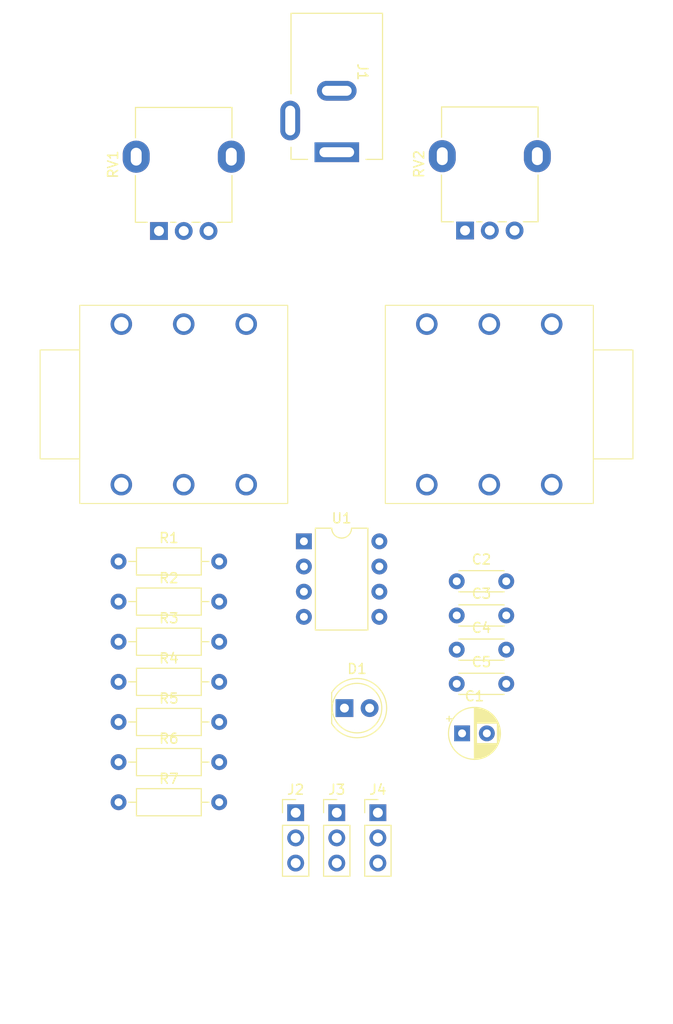
<source format=kicad_pcb>
(kicad_pcb (version 20240108) (generator "pcbnew") (generator_version "8.0")
  (layers (0 "F.Cu" signal) (31 "B.Cu" signal) (34 "B.Paste" user) (35 "F.Paste" user) (36 "B.SilkS" user "B.Silkscreen") (37 "F.SilkS" user "F.Silkscreen") (38 "B.Mask" user) (39 "F.Mask" user) (44 "Edge.Cuts" user))
  (net 0 "")
  (net 1 "GND")
  (net 2 "GNDREF")
  (net 3 "Net-(J3-Pin_1)")
  (net 4 "Net-(U1A-+)")
  (net 5 "Net-(U1B-+)")
  (net 6 "Net-(U1A--)")
  (net 7 "Net-(C4-Pad2)")
  (net 8 "Net-(C5-Pad1)")
  (net 9 "Net-(C5-Pad2)")
  (net 10 "Net-(D1-A)")
  (net 11 "+BATT")
  (net 12 "+9V")
  (net 14 "in")
  (net 15 "bypass")
  (net 16 "out")
  (net 17 "Net-(J4-Pin_1)")
  (net 18 "Net-(U1B--)")
  (footprint "Connector_BarrelJack:BarrelJack_Kycon_KLDX-0202-xC_Horizontal" (layer "F.Cu") (at 143.15 54.95 -90)
    (property "Reference" "J1" (at -8.1 -2.6 -90) (layer "F.SilkS"))
    (property "Value" "Barrel_Jack_MountingPin")
    (fp_line (start -14.02 4.62) (end -5.9 4.62) (stroke (width 0.12)) (layer "F.SilkS"))
    (fp_line (start -0.5 4.62) (end 0.72 4.62) (stroke (width 0.12)) (layer "F.SilkS"))
    (fp_line (start 0.72 4.62) (end 0.72 2.95) (stroke (width 0.12)) (layer "F.SilkS"))
    (fp_line (start 0.72 -2.95) (end 0.72 -4.62) (stroke (width 0.12)) (layer "F.SilkS"))
    (fp_line (start -14.02 -4.62) (end -14.02 4.62) (stroke (width 0.12)) (layer "F.SilkS"))
    (fp_line (start 0.72 -4.62) (end -14.02 -4.62) (stroke (width 0.12)) (layer "F.SilkS"))
    (pad "1" thru_hole rect (at 0 0 270) (size 2 4.5) (drill oval 1 3.5) (layers "*.Cu" "*.Mask") (net 11 "+BATT"))
    (pad "2" thru_hole oval (at -6.2 0 270) (size 2 4) (drill oval 1 3) (layers "*.Cu" "*.Mask") (net 1 "GND"))
    (pad "3" thru_hole oval (at -3.2 4.7) (size 2 4) (drill oval 1 3) (layers "*.Cu" "*.Mask"))
  )
  (footprint "Potentiometer_THT:Potentiometer_Alpha_RD901F-40-00D_Single_Vertical" (layer "F.Cu") (at 156.1 62.85 90)
    (property "Reference" "RV2" (at 6.71 -4.64 90) (layer "F.SilkS"))
    (property "Value" "100kΩ")
    (fp_line (start 0.88 -2.38) (end 5.6 -2.38) (stroke (width 0.12)) (layer "F.SilkS"))
    (fp_line (start 9.41 -2.37) (end 12.47 -2.37) (stroke (width 0.12)) (layer "F.SilkS"))
    (fp_line (start 0.88 -1.19) (end 0.88 -2.37) (stroke (width 0.12)) (layer "F.SilkS"))
    (fp_line (start 0.88 1.71) (end 0.88 1.18) (stroke (width 0.12)) (layer "F.SilkS"))
    (fp_line (start 0.88 4.16) (end 0.88 3.33) (stroke (width 0.12)) (layer "F.SilkS"))
    (fp_line (start 12.47 7.37) (end 12.47 -2.37) (stroke (width 0.12)) (layer "F.SilkS"))
    (fp_line (start 9.41 7.37) (end 12.47 7.37) (stroke (width 0.12)) (layer "F.SilkS"))
    (fp_line (start 0.88 7.37) (end 0.88 5.88) (stroke (width 0.12)) (layer "F.SilkS"))
    (fp_line (start 0.88 7.37) (end 5.6 7.37) (stroke (width 0.12)) (layer "F.SilkS"))
    (pad "" thru_hole oval (at 7.5 -2.3 180) (size 2.72 3.24) (drill oval 1.1 1.8) (layers "*.Cu" "*.Mask"))
    (pad "" thru_hole oval (at 7.5 7.3 180) (size 2.72 3.24) (drill oval 1.1 1.8) (layers "*.Cu" "*.Mask"))
    (pad "1" thru_hole rect (at 0 0 180) (size 1.8 1.8) (drill 1) (layers "*.Cu" "*.Mask") (net 9 "Net-(C5-Pad2)"))
    (pad "2" thru_hole circle (at 0 2.5 180) (size 1.8 1.8) (drill 1) (layers "*.Cu" "*.Mask") (net 17 "Net-(J4-Pin_1)"))
    (pad "3" thru_hole circle (at 0 5 180) (size 1.8 1.8) (drill 1) (layers "*.Cu" "*.Mask") (net 2 "GNDREF"))
  )
  (footprint "Connector_PinHeader_2.54mm:PinHeader_1x03_P2.54mm_Vertical" (layer "F.Cu") (at 147.3 121.61)
    (property "Reference" "J4" (at 0 -2.33 0) (layer "F.SilkS"))
    (property "Value" "Conn_01x03_Pin")
    (fp_line (start -1.33 -1.33) (end 0 -1.33) (stroke (width 0.12)) (layer "F.SilkS"))
    (fp_line (start -1.33 0) (end -1.33 -1.33) (stroke (width 0.12)) (layer "F.SilkS"))
    (fp_line (start -1.33 1.27) (end -1.33 6.41) (stroke (width 0.12)) (layer "F.SilkS"))
    (fp_line (start -1.33 1.27) (end 1.33 1.27) (stroke (width 0.12)) (layer "F.SilkS"))
    (fp_line (start -1.33 6.41) (end 1.33 6.41) (stroke (width 0.12)) (layer "F.SilkS"))
    (fp_line (start 1.33 1.27) (end 1.33 6.41) (stroke (width 0.12)) (layer "F.SilkS"))
    (pad "1" thru_hole rect (at 0 0) (size 1.7 1.7) (drill 1) (layers "*.Cu" "*.Mask") (net 17 "Net-(J4-Pin_1)"))
    (pad "2" thru_hole oval (at 0 2.54) (size 1.7 1.7) (drill 1) (layers "*.Cu" "*.Mask") (net 16 "out"))
    (pad "3" thru_hole oval (at 0 5.08) (size 1.7 1.7) (drill 1) (layers "*.Cu" "*.Mask") (net 15 "bypass"))
  )
  (footprint "Resistor_THT:R_Axial_DIN0207_L6.3mm_D2.5mm_P10.16mm_Horizontal" (layer "F.Cu") (at 121.12 120.55)
    (property "Reference" "R7" (at 5.08 -2.37 0) (layer "F.SilkS"))
    (property "Value" "10kΩ")
    (fp_line (start 1.04 0) (end 1.81 0) (stroke (width 0.12)) (layer "F.SilkS"))
    (fp_line (start 1.81 -1.37) (end 1.81 1.37) (stroke (width 0.12)) (layer "F.SilkS"))
    (fp_line (start 1.81 1.37) (end 8.35 1.37) (stroke (width 0.12)) (layer "F.SilkS"))
    (fp_line (start 8.35 -1.37) (end 1.81 -1.37) (stroke (width 0.12)) (layer "F.SilkS"))
    (fp_line (start 8.35 1.37) (end 8.35 -1.37) (stroke (width 0.12)) (layer "F.SilkS"))
    (fp_line (start 9.12 0) (end 8.35 0) (stroke (width 0.12)) (layer "F.SilkS"))
    (pad "1" thru_hole circle (at 0 0) (size 1.6 1.6) (drill 0.8) (layers "*.Cu" "*.Mask") (net 2 "GNDREF"))
    (pad "2" thru_hole oval (at 10.16 0) (size 1.6 1.6) (drill 0.8) (layers "*.Cu" "*.Mask") (net 9 "Net-(C5-Pad2)"))
  )
  (footprint "Capacitor_THT:C_Disc_D4.3mm_W1.9mm_P5.00mm" (layer "F.Cu") (at 155.26 108.6)
    (property "Reference" "C5" (at 2.5 -2.2 0) (layer "F.SilkS"))
    (property "Value" "10µF")
    (fp_line (start 0.23 -1.07) (end 0.23 -1.055) (stroke (width 0.12)) (layer "F.SilkS"))
    (fp_line (start 0.23 -1.07) (end 4.77 -1.07) (stroke (width 0.12)) (layer "F.SilkS"))
    (fp_line (start 0.23 1.055) (end 0.23 1.07) (stroke (width 0.12)) (layer "F.SilkS"))
    (fp_line (start 0.23 1.07) (end 4.77 1.07) (stroke (width 0.12)) (layer "F.SilkS"))
    (fp_line (start 4.77 -1.07) (end 4.77 -1.055) (stroke (width 0.12)) (layer "F.SilkS"))
    (fp_line (start 4.77 1.055) (end 4.77 1.07) (stroke (width 0.12)) (layer "F.SilkS"))
    (pad "1" thru_hole circle (at 0 0) (size 1.6 1.6) (drill 0.8) (layers "*.Cu" "*.Mask") (net 8 "Net-(C5-Pad1)"))
    (pad "2" thru_hole circle (at 5 0) (size 1.6 1.6) (drill 0.8) (layers "*.Cu" "*.Mask") (net 9 "Net-(C5-Pad2)"))
  )
  (footprint "Resistor_THT:R_Axial_DIN0207_L6.3mm_D2.5mm_P10.16mm_Horizontal" (layer "F.Cu") (at 121.12 100.3)
    (property "Reference" "R2" (at 5.08 -2.37 0) (layer "F.SilkS"))
    (property "Value" "10kΩ")
    (fp_line (start 1.04 0) (end 1.81 0) (stroke (width 0.12)) (layer "F.SilkS"))
    (fp_line (start 1.81 -1.37) (end 1.81 1.37) (stroke (width 0.12)) (layer "F.SilkS"))
    (fp_line (start 1.81 1.37) (end 8.35 1.37) (stroke (width 0.12)) (layer "F.SilkS"))
    (fp_line (start 8.35 -1.37) (end 1.81 -1.37) (stroke (width 0.12)) (layer "F.SilkS"))
    (fp_line (start 8.35 1.37) (end 8.35 -1.37) (stroke (width 0.12)) (layer "F.SilkS"))
    (fp_line (start 9.12 0) (end 8.35 0) (stroke (width 0.12)) (layer "F.SilkS"))
    (pad "1" thru_hole circle (at 0 0) (size 1.6 1.6) (drill 0.8) (layers "*.Cu" "*.Mask") (net 2 "GNDREF"))
    (pad "2" thru_hole oval (at 10.16 0) (size 1.6 1.6) (drill 0.8) (layers "*.Cu" "*.Mask") (net 1 "GND"))
  )
  (footprint "footprints:PJ-644C" (layer "F.Cu") (at 134 88.5 180)
    (property "Reference" "J6")
    (property "Value" "SN49B14B" (hide yes))
    (fp_rect (start 16.8 2.6) (end 20.8 13.6) (stroke (width 0.1)) (fill none) (layer "F.SilkS"))
    (fp_rect (start -4.2 -1.9) (end 16.8 18.1) (stroke (width 0.1)) (fill none) (layer "F.SilkS"))
    (pad "R" thru_hole circle (at 6.3 -0.0002 180) (size 2.1717 2.1717) (drill 1.4478) (layers "*.Cu" "*.Mask") (net 16 "out"))
    (pad "RB" thru_hole circle (at 6.3 16.2 180) (size 2.1717 2.1717) (drill 1.4478) (layers "*.Cu" "*.Mask") (net 2 "GNDREF"))
    (pad "S" thru_hole circle (at 12.6 -0.0004 180) (size 2.1717 2.1717) (drill 1.4478) (layers "*.Cu" "*.Mask") (net 2 "GNDREF"))
    (pad "SB" thru_hole circle (at 12.6 16.2 180) (size 2.1717 2.1717) (drill 1.4478) (layers "*.Cu" "*.Mask") (net 2 "GNDREF"))
    (pad "T" thru_hole circle (at -0.01 0 180) (size 2.1717 2.1717) (drill 1.4478) (layers "*.Cu" "*.Mask") (net 16 "out"))
    (pad "TB" thru_hole circle (at -0.01 16.2 180) (size 2.1717 2.1717) (drill 1.4478) (layers "*.Cu" "*.Mask") (net 2 "GNDREF"))
  )
  (footprint "Connector_PinHeader_2.54mm:PinHeader_1x03_P2.54mm_Vertical" (layer "F.Cu") (at 139 121.61)
    (property "Reference" "J2" (at 0 -2.33 0) (layer "F.SilkS"))
    (property "Value" "Conn_01x03_Pin")
    (fp_line (start -1.33 -1.33) (end 0 -1.33) (stroke (width 0.12)) (layer "F.SilkS"))
    (fp_line (start -1.33 0) (end -1.33 -1.33) (stroke (width 0.12)) (layer "F.SilkS"))
    (fp_line (start -1.33 1.27) (end -1.33 6.41) (stroke (width 0.12)) (layer "F.SilkS"))
    (fp_line (start -1.33 1.27) (end 1.33 1.27) (stroke (width 0.12)) (layer "F.SilkS"))
    (fp_line (start -1.33 6.41) (end 1.33 6.41) (stroke (width 0.12)) (layer "F.SilkS"))
    (fp_line (start 1.33 1.27) (end 1.33 6.41) (stroke (width 0.12)) (layer "F.SilkS"))
    (pad "1" thru_hole rect (at 0 0) (size 1.7 1.7) (drill 1) (layers "*.Cu" "*.Mask") (net 12 "+9V"))
    (pad "2" thru_hole oval (at 0 2.54) (size 1.7 1.7) (drill 1) (layers "*.Cu" "*.Mask") (net 11 "+BATT"))
    (pad "3" thru_hole oval (at 0 5.08) (size 1.7 1.7) (drill 1) (layers "*.Cu" "*.Mask"))
  )
  (footprint "Potentiometer_THT:Potentiometer_Alpha_RD901F-40-00D_Single_Vertical" (layer "F.Cu") (at 125.2 62.9 90)
    (property "Reference" "RV1" (at 6.71 -4.64 90) (layer "F.SilkS"))
    (property "Value" "100kΩ")
    (fp_line (start 0.88 -2.38) (end 5.6 -2.38) (stroke (width 0.12)) (layer "F.SilkS"))
    (fp_line (start 9.41 -2.37) (end 12.47 -2.37) (stroke (width 0.12)) (layer "F.SilkS"))
    (fp_line (start 0.88 -1.19) (end 0.88 -2.37) (stroke (width 0.12)) (layer "F.SilkS"))
    (fp_line (start 0.88 1.71) (end 0.88 1.18) (stroke (width 0.12)) (layer "F.SilkS"))
    (fp_line (start 0.88 4.16) (end 0.88 3.33) (stroke (width 0.12)) (layer "F.SilkS"))
    (fp_line (start 12.47 7.37) (end 12.47 -2.37) (stroke (width 0.12)) (layer "F.SilkS"))
    (fp_line (start 9.41 7.37) (end 12.47 7.37) (stroke (width 0.12)) (layer "F.SilkS"))
    (fp_line (start 0.88 7.37) (end 0.88 5.88) (stroke (width 0.12)) (layer "F.SilkS"))
    (fp_line (start 0.88 7.37) (end 5.6 7.37) (stroke (width 0.12)) (layer "F.SilkS"))
    (pad "" thru_hole oval (at 7.5 -2.3 180) (size 2.72 3.24) (drill oval 1.1 1.8) (layers "*.Cu" "*.Mask"))
    (pad "" thru_hole oval (at 7.5 7.3 180) (size 2.72 3.24) (drill oval 1.1 1.8) (layers "*.Cu" "*.Mask"))
    (pad "1" thru_hole rect (at 0 0 180) (size 1.8 1.8) (drill 1) (layers "*.Cu" "*.Mask") (net 8 "Net-(C5-Pad1)"))
    (pad "2" thru_hole circle (at 0 2.5 180) (size 1.8 1.8) (drill 1) (layers "*.Cu" "*.Mask") (net 8 "Net-(C5-Pad1)"))
    (pad "3" thru_hole circle (at 0 5 180) (size 1.8 1.8) (drill 1) (layers "*.Cu" "*.Mask") (net 18 "Net-(U1B--)"))
  )
  (footprint "Package_DIP:DIP-8_W7.62mm" (layer "F.Cu") (at 139.83 94.22)
    (property "Reference" "U1" (at 3.81 -2.33 0) (layer "F.SilkS"))
    (property "Value" "TL072")
    (fp_line (start 1.16 -1.33) (end 1.16 8.95) (stroke (width 0.12)) (layer "F.SilkS"))
    (fp_line (start 1.16 8.95) (end 6.46 8.95) (stroke (width 0.12)) (layer "F.SilkS"))
    (fp_line (start 2.81 -1.33) (end 1.16 -1.33) (stroke (width 0.12)) (layer "F.SilkS"))
    (fp_line (start 6.46 -1.33) (end 4.81 -1.33) (stroke (width 0.12)) (layer "F.SilkS"))
    (fp_line (start 6.46 8.95) (end 6.46 -1.33) (stroke (width 0.12)) (layer "F.SilkS"))
    (fp_arc (start 4.81 -1.33) (mid 3.81 -0.33) (end 2.81 -1.33) (stroke (width 0.12)) (layer "F.SilkS"))
    (pad "1" thru_hole rect (at 0 0) (size 1.6 1.6) (drill 0.8) (layers "*.Cu" "*.Mask") (net 6 "Net-(U1A--)"))
    (pad "2" thru_hole oval (at 0 2.54) (size 1.6 1.6) (drill 0.8) (layers "*.Cu" "*.Mask") (net 6 "Net-(U1A--)"))
    (pad "3" thru_hole oval (at 0 5.08) (size 1.6 1.6) (drill 0.8) (layers "*.Cu" "*.Mask") (net 4 "Net-(U1A-+)"))
    (pad "4" thru_hole oval (at 0 7.62) (size 1.6 1.6) (drill 0.8) (layers "*.Cu" "*.Mask") (net 1 "GND"))
    (pad "5" thru_hole oval (at 7.62 7.62) (size 1.6 1.6) (drill 0.8) (layers "*.Cu" "*.Mask") (net 5 "Net-(U1B-+)"))
    (pad "6" thru_hole oval (at 7.62 5.08) (size 1.6 1.6) (drill 0.8) (layers "*.Cu" "*.Mask") (net 18 "Net-(U1B--)"))
    (pad "7" thru_hole oval (at 7.62 2.54) (size 1.6 1.6) (drill 0.8) (layers "*.Cu" "*.Mask") (net 8 "Net-(C5-Pad1)"))
    (pad "8" thru_hole oval (at 7.62 0) (size 1.6 1.6) (drill 0.8) (layers "*.Cu" "*.Mask") (net 12 "+9V"))
  )
  (footprint "Resistor_THT:R_Axial_DIN0207_L6.3mm_D2.5mm_P10.16mm_Horizontal" (layer "F.Cu") (at 121.12 96.25)
    (property "Reference" "R1" (at 5.08 -2.37 0) (layer "F.SilkS"))
    (property "Value" "10kΩ")
    (fp_line (start 1.04 0) (end 1.81 0) (stroke (width 0.12)) (layer "F.SilkS"))
    (fp_line (start 1.81 -1.37) (end 1.81 1.37) (stroke (width 0.12)) (layer "F.SilkS"))
    (fp_line (start 1.81 1.37) (end 8.35 1.37) (stroke (width 0.12)) (layer "F.SilkS"))
    (fp_line (start 8.35 -1.37) (end 1.81 -1.37) (stroke (width 0.12)) (layer "F.SilkS"))
    (fp_line (start 8.35 1.37) (end 8.35 -1.37) (stroke (width 0.12)) (layer "F.SilkS"))
    (fp_line (start 9.12 0) (end 8.35 0) (stroke (width 0.12)) (layer "F.SilkS"))
    (pad "1" thru_hole circle (at 0 0) (size 1.6 1.6) (drill 0.8) (layers "*.Cu" "*.Mask") (net 12 "+9V"))
    (pad "2" thru_hole oval (at 10.16 0) (size 1.6 1.6) (drill 0.8) (layers "*.Cu" "*.Mask") (net 2 "GNDREF"))
  )
  (footprint "Resistor_THT:R_Axial_DIN0207_L6.3mm_D2.5mm_P10.16mm_Horizontal" (layer "F.Cu") (at 121.12 116.5)
    (property "Reference" "R6" (at 5.08 -2.37 0) (layer "F.SilkS"))
    (property "Value" "3.8kΩ")
    (fp_line (start 1.04 0) (end 1.81 0) (stroke (width 0.12)) (layer "F.SilkS"))
    (fp_line (start 1.81 -1.37) (end 1.81 1.37) (stroke (width 0.12)) (layer "F.SilkS"))
    (fp_line (start 1.81 1.37) (end 8.35 1.37) (stroke (width 0.12)) (layer "F.SilkS"))
    (fp_line (start 8.35 -1.37) (end 1.81 -1.37) (stroke (width 0.12)) (layer "F.SilkS"))
    (fp_line (start 8.35 1.37) (end 8.35 -1.37) (stroke (width 0.12)) (layer "F.SilkS"))
    (fp_line (start 9.12 0) (end 8.35 0) (stroke (width 0.12)) (layer "F.SilkS"))
    (pad "1" thru_hole circle (at 0 0) (size 1.6 1.6) (drill 0.8) (layers "*.Cu" "*.Mask") (net 8 "Net-(C5-Pad1)"))
    (pad "2" thru_hole oval (at 10.16 0) (size 1.6 1.6) (drill 0.8) (layers "*.Cu" "*.Mask") (net 2 "GNDREF"))
  )
  (footprint "Capacitor_THT:CP_Radial_D5.0mm_P2.50mm" (layer "F.Cu") (at 155.799775 113.6)
    (property "Reference" "C1" (at 1.25 -3.75 0) (layer "F.SilkS"))
    (property "Value" "10µF")
    (fp_line (start -1.554775 -1.475) (end -1.054775 -1.475) (stroke (width 0.12)) (layer "F.SilkS"))
    (fp_line (start -1.304775 -1.725) (end -1.304775 -1.225) (stroke (width 0.12)) (layer "F.SilkS"))
    (fp_line (start 1.25 -2.58) (end 1.25 2.58) (stroke (width 0.12)) (layer "F.SilkS"))
    (fp_line (start 1.29 -2.58) (end 1.29 2.58) (stroke (width 0.12)) (layer "F.SilkS"))
    (fp_line (start 1.33 -2.579) (end 1.33 2.579) (stroke (width 0.12)) (layer "F.SilkS"))
    (fp_line (start 1.37 -2.578) (end 1.37 2.578) (stroke (width 0.12)) (layer "F.SilkS"))
    (fp_line (start 1.41 -2.576) (end 1.41 2.576) (stroke (width 0.12)) (layer "F.SilkS"))
    (fp_line (start 1.45 -2.573) (end 1.45 2.573) (stroke (width 0.12)) (layer "F.SilkS"))
    (fp_line (start 1.49 -2.569) (end 1.49 -1.04) (stroke (width 0.12)) (layer "F.SilkS"))
    (fp_line (start 1.49 1.04) (end 1.49 2.569) (stroke (width 0.12)) (layer "F.SilkS"))
    (fp_line (start 1.53 -2.565) (end 1.53 -1.04) (stroke (width 0.12)) (layer "F.SilkS"))
    (fp_line (start 1.53 1.04) (end 1.53 2.565) (stroke (width 0.12)) (layer "F.SilkS"))
    (fp_line (start 1.57 -2.561) (end 1.57 -1.04) (stroke (width 0.12)) (layer "F.SilkS"))
    (fp_line (start 1.57 1.04) (end 1.57 2.561) (stroke (width 0.12)) (layer "F.SilkS"))
    (fp_line (start 1.61 -2.556) (end 1.61 -1.04) (stroke (width 0.12)) (layer "F.SilkS"))
    (fp_line (start 1.61 1.04) (end 1.61 2.556) (stroke (width 0.12)) (layer "F.SilkS"))
    (fp_line (start 1.65 -2.55) (end 1.65 -1.04) (stroke (width 0.12)) (layer "F.SilkS"))
    (fp_line (start 1.65 1.04) (end 1.65 2.55) (stroke (width 0.12)) (layer "F.SilkS"))
    (fp_line (start 1.69 -2.543) (end 1.69 -1.04) (stroke (width 0.12)) (layer "F.SilkS"))
    (fp_line (start 1.69 1.04) (end 1.69 2.543) (stroke (width 0.12)) (layer "F.SilkS"))
    (fp_line (start 1.73 -2.536) (end 1.73 -1.04) (stroke (width 0.12)) (layer "F.SilkS"))
    (fp_line (start 1.73 1.04) (end 1.73 2.536) (stroke (width 0.12)) (layer "F.SilkS"))
    (fp_line (start 1.77 -2.528) (end 1.77 -1.04) (stroke (width 0.12)) (layer "F.SilkS"))
    (fp_line (start 1.77 1.04) (end 1.77 2.528) (stroke (width 0.12)) (layer "F.SilkS"))
    (fp_line (start 1.81 -2.52) (end 1.81 -1.04) (stroke (width 0.12)) (layer "F.SilkS"))
    (fp_line (start 1.81 1.04) (end 1.81 2.52) (stroke (width 0.12)) (layer "F.SilkS"))
    (fp_line (start 1.85 -2.511) (end 1.85 -1.04) (stroke (width 0.12)) (layer "F.SilkS"))
    (fp_line (start 1.85 1.04) (end 1.85 2.511) (stroke (width 0.12)) (layer "F.SilkS"))
    (fp_line (start 1.89 -2.501) (end 1.89 -1.04) (stroke (width 0.12)) (layer "F.SilkS"))
    (fp_line (start 1.89 1.04) (end 1.89 2.501) (stroke (width 0.12)) (layer "F.SilkS"))
    (fp_line (start 1.93 -2.491) (end 1.93 -1.04) (stroke (width 0.12)) (layer "F.SilkS"))
    (fp_line (start 1.93 1.04) (end 1.93 2.491) (stroke (width 0.12)) (layer "F.SilkS"))
    (fp_line (start 1.971 -2.48) (end 1.971 -1.04) (stroke (width 0.12)) (layer "F.SilkS"))
    (fp_line (start 1.971 1.04) (end 1.971 2.48) (stroke (width 0.12)) (layer "F.SilkS"))
    (fp_line (start 2.011 -2.468) (end 2.011 -1.04) (stroke (width 0.12)) (layer "F.SilkS"))
    (fp_line (start 2.011 1.04) (end 2.011 2.468) (stroke (width 0.12)) (layer "F.SilkS"))
    (fp_line (start 2.051 -2.455) (end 2.051 -1.04) (stroke (width 0.12)) (layer "F.SilkS"))
    (fp_line (start 2.051 1.04) (end 2.051 2.455) (stroke (width 0.12)) (layer "F.SilkS"))
    (fp_line (start 2.091 -2.442) (end 2.091 -1.04) (stroke (width 0.12)) (layer "F.SilkS"))
    (fp_line (start 2.091 1.04) (end 2.091 2.442) (stroke (width 0.12)) (layer "F.SilkS"))
    (fp_line (start 2.131 -2.428) (end 2.131 -1.04) (stroke (width 0.12)) (layer "F.SilkS"))
    (fp_line (start 2.131 1.04) (end 2.131 2.428) (stroke (width 0.12)) (layer "F.SilkS"))
    (fp_line (start 2.171 -2.414) (end 2.171 -1.04) (stroke (width 0.12)) (layer "F.SilkS"))
    (fp_line (start 2.171 1.04) (end 2.171 2.414) (stroke (width 0.12)) (layer "F.SilkS"))
    (fp_line (start 2.211 -2.398) (end 2.211 -1.04) (stroke (width 0.12)) (layer "F.SilkS"))
    (fp_line (start 2.211 1.04) (end 2.211 2.398) (stroke (width 0.12)) (layer "F.SilkS"))
    (fp_line (start 2.251 -2.382) (end 2.251 -1.04) (stroke (width 0.12)) (layer "F.SilkS"))
    (fp_line (start 2.251 1.04) (end 2.251 2.382) (stroke (width 0.12)) (layer "F.SilkS"))
    (fp_line (start 2.291 -2.365) (end 2.291 -1.04) (stroke (width 0.12)) (layer "F.SilkS"))
    (fp_line (start 2.291 1.04) (end 2.291 2.365) (stroke (width 0.12)) (layer "F.SilkS"))
    (fp_line (start 2.331 -2.348) (end 2.331 -1.04) (stroke (width 0.12)) (layer "F.SilkS"))
    (fp_line (start 2.331 1.04) (end 2.331 2.348) (stroke (width 0.12)) (layer "F.SilkS"))
    (fp_line (start 2.371 -2.329) (end 2.371 -1.04) (stroke (width 0.12)) (layer "F.SilkS"))
    (fp_line (start 2.371 1.04) (end 2.371 2.329) (stroke (width 0.12)) (layer "F.SilkS"))
    (fp_line (start 2.411 -2.31) (end 2.411 -1.04) (stroke (width 0.12)) (layer "F.SilkS"))
    (fp_line (start 2.411 1.04) (end 2.411 2.31) (stroke (width 0.12)) (layer "F.SilkS"))
    (fp_line (start 2.451 -2.29) (end 2.451 -1.04) (stroke (width 0.12)) (layer "F.SilkS"))
    (fp_line (start 2.451 1.04) (end 2.451 2.29) (stroke (width 0.12)) (layer "F.SilkS"))
    (fp_line (start 2.491 -2.268) (end 2.491 -1.04) (stroke (width 0.12)) (layer "F.SilkS"))
    (fp_line (start 2.491 1.04) (end 2.491 2.268) (stroke (width 0.12)) (layer "F.SilkS"))
    (fp_line (start 2.531 -2.247) (end 2.531 -1.04) (stroke (width 0.12)) (layer "F.SilkS"))
    (fp_line (start 2.531 1.04) (end 2.531 2.247) (stroke (width 0.12)) (layer "F.SilkS"))
    (fp_line (start 2.571 -2.224) (end 2.571 -1.04) (stroke (width 0.12)) (layer "F.SilkS"))
    (fp_line (start 2.571 1.04) (end 2.571 2.224) (stroke (width 0.12)) (layer "F.SilkS"))
    (fp_line (start 2.611 -2.2) (end 2.611 -1.04) (stroke (width 0.12)) (layer "F.SilkS"))
    (fp_line (start 2.611 1.04) (end 2.611 2.2) (stroke (width 0.12)) (layer "F.SilkS"))
    (fp_line (start 2.651 -2.175) (end 2.651 -1.04) (stroke (width 0.12)) (layer "F.SilkS"))
    (fp_line (start 2.651 1.04) (end 2.651 2.175) (stroke (width 0.12)) (layer "F.SilkS"))
    (fp_line (start 2.691 -2.149) (end 2.691 -1.04) (stroke (width 0.12)) (layer "F.SilkS"))
    (fp_line (start 2.691 1.04) (end 2.691 2.149) (stroke (width 0.12)) (layer "F.SilkS"))
    (fp_line (start 2.731 -2.122) (end 2.731 -1.04) (stroke (width 0.12)) (layer "F.SilkS"))
    (fp_line (start 2.731 1.04) (end 2.731 2.122) (stroke (width 0.12)) (layer "F.SilkS"))
    (fp_line (start 2.771 -2.095) (end 2.771 -1.04) (stroke (width 0.12)) (layer "F.SilkS"))
    (fp_line (start 2.771 1.04) (end 2.771 2.095) (stroke (width 0.12)) (layer "F.SilkS"))
    (fp_line (start 2.811 -2.065) (end 2.811 -1.04) (stroke (width 0.12)) (layer "F.SilkS"))
    (fp_line (start 2.811 1.04) (end 2.811 2.065) (stroke (width 0.12)) (layer "F.SilkS"))
    (fp_line (start 2.851 -2.035) (end 2.851 -1.04) (stroke (width 0.12)) (layer "F.SilkS"))
    (fp_line (start 2.851 1.04) (end 2.851 2.035) (stroke (width 0.12)) (layer "F.SilkS"))
    (fp_line (start 2.891 -2.004) (end 2.891 -1.04) (stroke (width 0.12)) (layer "F.SilkS"))
    (fp_line (start 2.891 1.04) (end 2.891 2.004) (stroke (width 0.12)) (layer "F.SilkS"))
    (fp_line (start 2.931 -1.971) (end 2.931 -1.04) (stroke (width 0.12)) (layer "F.SilkS"))
    (fp_line (start 2.931 1.04) (end 2.931 1.971) (stroke (width 0.12)) (layer "F.SilkS"))
    (fp_line (start 2.971 -1.937) (end 2.971 -1.04) (stroke (width 0.12)) (layer "F.SilkS"))
    (fp_line (start 2.971 1.04) (end 2.971 1.937) (stroke (width 0.12)) (layer "F.SilkS"))
    (fp_line (start 3.011 -1.901) (end 3.011 -1.04) (stroke (width 0.12)) (layer "F.SilkS"))
    (fp_line (start 3.011 1.04) (end 3.011 1.901) (stroke (width 0.12)) (layer "F.SilkS"))
    (fp_line (start 3.051 -1.864) (end 3.051 -1.04) (stroke (width 0.12)) (layer "F.SilkS"))
    (fp_line (start 3.051 1.04) (end 3.051 1.864) (stroke (width 0.12)) (layer "F.SilkS"))
    (fp_line (start 3.091 -1.826) (end 3.091 -1.04) (stroke (width 0.12)) (layer "F.SilkS"))
    (fp_line (start 3.091 1.04) (end 3.091 1.826) (stroke (width 0.12)) (layer "F.SilkS"))
    (fp_line (start 3.131 -1.785) (end 3.131 -1.04) (stroke (width 0.12)) (layer "F.SilkS"))
    (fp_line (start 3.131 1.04) (end 3.131 1.785) (stroke (width 0.12)) (layer "F.SilkS"))
    (fp_line (start 3.171 -1.743) (end 3.171 -1.04) (stroke (width 0.12)) (layer "F.SilkS"))
    (fp_line (start 3.171 1.04) (end 3.171 1.743) (stroke (width 0.12)) (layer "F.SilkS"))
    (fp_line (start 3.211 -1.699) (end 3.211 -1.04) (stroke (width 0.12)) (layer "F.SilkS"))
    (fp_line (start 3.211 1.04) (end 3.211 1.699) (stroke (width 0.12)) (layer "F.SilkS"))
    (fp_line (start 3.251 -1.653) (end 3.251 -1.04) (stroke (width 0.12)) (layer "F.SilkS"))
    (fp_line (start 3.251 1.04) (end 3.251 1.653) (stroke (width 0.12)) (layer "F.SilkS"))
    (fp_line (start 3.291 -1.605) (end 3.291 -1.04) (stroke (width 0.12)) (layer "F.SilkS"))
    (fp_line (start 3.291 1.04) (end 3.291 1.605) (stroke (width 0.12)) (layer "F.SilkS"))
    (fp_line (start 3.331 -1.554) (end 3.331 -1.04) (stroke (width 0.12)) (layer "F.SilkS"))
    (fp_line (start 3.331 1.04) (end 3.331 1.554) (stroke (width 0.12)) (layer "F.SilkS"))
    (fp_line (start 3.371 -1.5) (end 3.371 -1.04) (stroke (width 0.12)) (layer "F.SilkS"))
    (fp_line (start 3.371 1.04) (end 3.371 1.5) (stroke (width 0.12)) (layer "F.SilkS"))
    (fp_line (start 3.411 -1.443) (end 3.411 -1.04) (stroke (width 0.12)) (layer "F.SilkS"))
    (fp_line (start 3.411 1.04) (end 3.411 1.443) (stroke (width 0.12)) (layer "F.SilkS"))
    (fp_line (start 3.451 -1.383) (end 3.451 -1.04) (stroke (width 0.12)) (layer "F.SilkS"))
    (fp_line (start 3.451 1.04) (end 3.451 1.383) (stroke (width 0.12)) (layer "F.SilkS"))
    (fp_line (start 3.491 -1.319) (end 3.491 -1.04) (stroke (width 0.12)) (layer "F.SilkS"))
    (fp_line (start 3.491 1.04) (end 3.491 1.319) (stroke (width 0.12)) (layer "F.SilkS"))
    (fp_line (start 3.531 -1.251) (end 3.531 -1.04) (stroke (width 0.12)) (layer "F.SilkS"))
    (fp_line (start 3.531 1.04) (end 3.531 1.251) (stroke (width 0.12)) (layer "F.SilkS"))
    (fp_line (start 3.571 -1.178) (end 3.571 1.178) (stroke (width 0.12)) (layer "F.SilkS"))
    (fp_line (start 3.611 -1.098) (end 3.611 1.098) (stroke (width 0.12)) (layer "F.SilkS"))
    (fp_line (start 3.651 -1.011) (end 3.651 1.011) (stroke (width 0.12)) (layer "F.SilkS"))
    (fp_line (start 3.691 -0.915) (end 3.691 0.915) (stroke (width 0.12)) (layer "F.SilkS"))
    (fp_line (start 3.731 -0.805) (end 3.731 0.805) (stroke (width 0.12)) (layer "F.SilkS"))
    (fp_line (start 3.771 -0.677) (end 3.771 0.677) (stroke (width 0.12)) (layer "F.SilkS"))
    (fp_line (start 3.811 -0.518) (end 3.811 0.518) (stroke (width 0.12)) (layer "F.SilkS"))
    (fp_line (start 3.851 -0.284) (end 3.851 0.284) (stroke (width 0.12)) (layer "F.SilkS"))
    (fp_circle (center 1.25 0) (end 3.87 0) (stroke (width 0.12)) (fill none) (layer "F.SilkS"))
    (pad "1" thru_hole rect (at 0 0) (size 1.6 1.6) (drill 0.8) (layers "*.Cu" "*.Mask") (net 2 "GNDREF"))
    (pad "2" thru_hole circle (at 2.5 0) (size 1.6 1.6) (drill 0.8) (layers "*.Cu" "*.Mask") (net 1 "GND"))
  )
  (footprint "Capacitor_THT:C_Disc_D4.3mm_W1.9mm_P5.00mm" (layer "F.Cu") (at 155.26 98.25)
    (property "Reference" "C2" (at 2.5 -2.2 0) (layer "F.SilkS"))
    (property "Value" "10µF")
    (fp_line (start 0.23 -1.07) (end 0.23 -1.055) (stroke (width 0.12)) (layer "F.SilkS"))
    (fp_line (start 0.23 -1.07) (end 4.77 -1.07) (stroke (width 0.12)) (layer "F.SilkS"))
    (fp_line (start 0.23 1.055) (end 0.23 1.07) (stroke (width 0.12)) (layer "F.SilkS"))
    (fp_line (start 0.23 1.07) (end 4.77 1.07) (stroke (width 0.12)) (layer "F.SilkS"))
    (fp_line (start 4.77 -1.07) (end 4.77 -1.055) (stroke (width 0.12)) (layer "F.SilkS"))
    (fp_line (start 4.77 1.055) (end 4.77 1.07) (stroke (width 0.12)) (layer "F.SilkS"))
    (pad "1" thru_hole circle (at 0 0) (size 1.6 1.6) (drill 0.8) (layers "*.Cu" "*.Mask") (net 3 "Net-(J3-Pin_1)"))
    (pad "2" thru_hole circle (at 5 0) (size 1.6 1.6) (drill 0.8) (layers "*.Cu" "*.Mask") (net 4 "Net-(U1A-+)"))
  )
  (footprint "Capacitor_THT:C_Disc_D4.3mm_W1.9mm_P5.00mm" (layer "F.Cu") (at 155.26 105.15)
    (property "Reference" "C4" (at 2.5 -2.2 0) (layer "F.SilkS"))
    (property "Value" "10µF")
    (fp_line (start 0.23 -1.07) (end 0.23 -1.055) (stroke (width 0.12)) (layer "F.SilkS"))
    (fp_line (start 0.23 -1.07) (end 4.77 -1.07) (stroke (width 0.12)) (layer "F.SilkS"))
    (fp_line (start 0.23 1.055) (end 0.23 1.07) (stroke (width 0.12)) (layer "F.SilkS"))
    (fp_line (start 0.23 1.07) (end 4.77 1.07) (stroke (width 0.12)) (layer "F.SilkS"))
    (fp_line (start 4.77 -1.07) (end 4.77 -1.055) (stroke (width 0.12)) (layer "F.SilkS"))
    (fp_line (start 4.77 1.055) (end 4.77 1.07) (stroke (width 0.12)) (layer "F.SilkS"))
    (pad "1" thru_hole circle (at 0 0) (size 1.6 1.6) (drill 0.8) (layers "*.Cu" "*.Mask") (net 2 "GNDREF"))
    (pad "2" thru_hole circle (at 5 0) (size 1.6 1.6) (drill 0.8) (layers "*.Cu" "*.Mask") (net 7 "Net-(C4-Pad2)"))
  )
  (footprint "Resistor_THT:R_Axial_DIN0207_L6.3mm_D2.5mm_P10.16mm_Horizontal" (layer "F.Cu") (at 121.12 108.4)
    (property "Reference" "R4" (at 5.08 -2.37 0) (layer "F.SilkS"))
    (property "Value" "100kΩ")
    (fp_line (start 1.04 0) (end 1.81 0) (stroke (width 0.12)) (layer "F.SilkS"))
    (fp_line (start 1.81 -1.37) (end 1.81 1.37) (stroke (width 0.12)) (layer "F.SilkS"))
    (fp_line (start 1.81 1.37) (end 8.35 1.37) (stroke (width 0.12)) (layer "F.SilkS"))
    (fp_line (start 8.35 -1.37) (end 1.81 -1.37) (stroke (width 0.12)) (layer "F.SilkS"))
    (fp_line (start 8.35 1.37) (end 8.35 -1.37) (stroke (width 0.12)) (layer "F.SilkS"))
    (fp_line (start 9.12 0) (end 8.35 0) (stroke (width 0.12)) (layer "F.SilkS"))
    (pad "1" thru_hole circle (at 0 0) (size 1.6 1.6) (drill 0.8) (layers "*.Cu" "*.Mask") (net 4 "Net-(U1A-+)"))
    (pad "2" thru_hole oval (at 10.16 0) (size 1.6 1.6) (drill 0.8) (layers "*.Cu" "*.Mask") (net 2 "GNDREF"))
  )
  (footprint "LED_THT:LED_D5.0mm" (layer "F.Cu") (at 143.925 111.05)
    (property "Reference" "D1" (at 1.27 -3.96 0) (layer "F.SilkS"))
    (property "Value" "POW_LED")
    (fp_line (start -1.29 -1.545) (end -1.29 1.545) (stroke (width 0.12)) (layer "F.SilkS"))
    (fp_arc (start -1.29 -1.54483) (mid 2.072002 -2.880433) (end 4.26 0.000462) (stroke (width 0.12)) (layer "F.SilkS"))
    (fp_arc (start 4.26 -0.000462) (mid 2.072002 2.880433) (end -1.29 1.54483) (stroke (width 0.12)) (layer "F.SilkS"))
    (fp_circle (center 1.27 0) (end 3.77 0) (stroke (width 0.12)) (fill none) (layer "F.SilkS"))
    (pad "1" thru_hole rect (at 0 0) (size 1.8 1.8) (drill 0.9) (layers "*.Cu" "*.Mask") (net 1 "GND"))
    (pad "2" thru_hole circle (at 2.54 0) (size 1.8 1.8) (drill 0.9) (layers "*.Cu" "*.Mask") (net 10 "Net-(D1-A)"))
  )
  (footprint "Resistor_THT:R_Axial_DIN0207_L6.3mm_D2.5mm_P10.16mm_Horizontal" (layer "F.Cu") (at 121.12 104.35)
    (property "Reference" "R3" (at 5.08 -2.37 0) (layer "F.SilkS"))
    (property "Value" "220Ω")
    (fp_line (start 1.04 0) (end 1.81 0) (stroke (width 0.12)) (layer "F.SilkS"))
    (fp_line (start 1.81 -1.37) (end 1.81 1.37) (stroke (width 0.12)) (layer "F.SilkS"))
    (fp_line (start 1.81 1.37) (end 8.35 1.37) (stroke (width 0.12)) (layer "F.SilkS"))
    (fp_line (start 8.35 -1.37) (end 1.81 -1.37) (stroke (width 0.12)) (layer "F.SilkS"))
    (fp_line (start 8.35 1.37) (end 8.35 -1.37) (stroke (width 0.12)) (layer "F.SilkS"))
    (fp_line (start 9.12 0) (end 8.35 0) (stroke (width 0.12)) (layer "F.SilkS"))
    (pad "1" thru_hole circle (at 0 0) (size 1.6 1.6) (drill 0.8) (layers "*.Cu" "*.Mask") (net 12 "+9V"))
    (pad "2" thru_hole oval (at 10.16 0) (size 1.6 1.6) (drill 0.8) (layers "*.Cu" "*.Mask") (net 10 "Net-(D1-A)"))
  )
  (footprint "Connector_PinHeader_2.54mm:PinHeader_1x03_P2.54mm_Vertical" (layer "F.Cu") (at 143.15 121.61)
    (property "Reference" "J3" (at 0 -2.33 0) (layer "F.SilkS"))
    (property "Value" "Conn_01x03_Pin")
    (fp_line (start -1.33 -1.33) (end 0 -1.33) (stroke (width 0.12)) (layer "F.SilkS"))
    (fp_line (start -1.33 0) (end -1.33 -1.33) (stroke (width 0.12)) (layer "F.SilkS"))
    (fp_line (start -1.33 1.27) (end -1.33 6.41) (stroke (width 0.12)) (layer "F.SilkS"))
    (fp_line (start -1.33 1.27) (end 1.33 1.27) (stroke (width 0.12)) (layer "F.SilkS"))
    (fp_line (start -1.33 6.41) (end 1.33 6.41) (stroke (width 0.12)) (layer "F.SilkS"))
    (fp_line (start 1.33 1.27) (end 1.33 6.41) (stroke (width 0.12)) (layer "F.SilkS"))
    (pad "1" thru_hole rect (at 0 0) (size 1.7 1.7) (drill 1) (layers "*.Cu" "*.Mask") (net 3 "Net-(J3-Pin_1)"))
    (pad "2" thru_hole oval (at 0 2.54) (size 1.7 1.7) (drill 1) (layers "*.Cu" "*.Mask") (net 14 "in"))
    (pad "3" thru_hole oval (at 0 5.08) (size 1.7 1.7) (drill 1) (layers "*.Cu" "*.Mask") (net 15 "bypass"))
  )
  (footprint "Resistor_THT:R_Axial_DIN0207_L6.3mm_D2.5mm_P10.16mm_Horizontal" (layer "F.Cu") (at 121.12 112.45)
    (property "Reference" "R5" (at 5.08 -2.37 0) (layer "F.SilkS"))
    (property "Value" "1kΩ")
    (fp_line (start 1.04 0) (end 1.81 0) (stroke (width 0.12)) (layer "F.SilkS"))
    (fp_line (start 1.81 -1.37) (end 1.81 1.37) (stroke (width 0.12)) (layer "F.SilkS"))
    (fp_line (start 1.81 1.37) (end 8.35 1.37) (stroke (width 0.12)) (layer "F.SilkS"))
    (fp_line (start 8.35 -1.37) (end 1.81 -1.37) (stroke (width 0.12)) (layer "F.SilkS"))
    (fp_line (start 8.35 1.37) (end 8.35 -1.37) (stroke (width 0.12)) (layer "F.SilkS"))
    (fp_line (start 9.12 0) (end 8.35 0) (stroke (width 0.12)) (layer "F.SilkS"))
    (pad "1" thru_hole circle (at 0 0) (size 1.6 1.6) (drill 0.8) (layers "*.Cu" "*.Mask") (net 18 "Net-(U1B--)"))
    (pad "2" thru_hole oval (at 10.16 0) (size 1.6 1.6) (drill 0.8) (layers "*.Cu" "*.Mask") (net 7 "Net-(C4-Pad2)"))
  )
  (footprint "Capacitor_THT:C_Disc_D4.3mm_W1.9mm_P5.00mm" (layer "F.Cu") (at 155.26 101.7)
    (property "Reference" "C3" (at 2.5 -2.2 0) (layer "F.SilkS"))
    (property "Value" "10µF")
    (fp_line (start 0.23 -1.07) (end 0.23 -1.055) (stroke (width 0.12)) (layer "F.SilkS"))
    (fp_line (start 0.23 -1.07) (end 4.77 -1.07) (stroke (width 0.12)) (layer "F.SilkS"))
    (fp_line (start 0.23 1.055) (end 0.23 1.07) (stroke (width 0.12)) (layer "F.SilkS"))
    (fp_line (start 0.23 1.07) (end 4.77 1.07) (stroke (width 0.12)) (layer "F.SilkS"))
    (fp_line (start 4.77 -1.07) (end 4.77 -1.055) (stroke (width 0.12)) (layer "F.SilkS"))
    (fp_line (start 4.77 1.055) (end 4.77 1.07) (stroke (width 0.12)) (layer "F.SilkS"))
    (pad "1" thru_hole circle (at 0 0) (size 1.6 1.6) (drill 0.8) (layers "*.Cu" "*.Mask") (net 6 "Net-(U1A--)"))
    (pad "2" thru_hole circle (at 5 0) (size 1.6 1.6) (drill 0.8) (layers "*.Cu" "*.Mask") (net 5 "Net-(U1B-+)"))
  )
  (footprint "footprints:PJ-644C" (layer "F.Cu") (at 152.25 72.3)
    (property "Reference" "J5")
    (property "Value" "SN49B14B" (hide yes))
    (fp_rect (start -4.2 -1.9) (end 16.8 18.1) (stroke (width 0.1)) (fill none) (layer "F.SilkS"))
    (fp_rect (start 16.8 2.6) (end 20.8 13.6) (stroke (width 0.1)) (fill none) (layer "F.SilkS"))
    (pad "R" thru_hole circle (at 6.3 -0.0002) (size 2.1717 2.1717) (drill 1.4478) (layers "*.Cu" "*.Mask") (net 3 "Net-(J3-Pin_1)"))
    (pad "RB" thru_hole circle (at 6.3 16.2) (size 2.1717 2.1717) (drill 1.4478) (layers "*.Cu" "*.Mask") (net 2 "GNDREF"))
    (pad "S" thru_hole circle (at 12.6 -0.0004) (size 2.1717 2.1717) (drill 1.4478) (layers "*.Cu" "*.Mask") (net 2 "GNDREF"))
    (pad "SB" thru_hole circle (at 12.6 16.2) (size 2.1717 2.1717) (drill 1.4478) (layers "*.Cu" "*.Mask") (net 2 "GNDREF"))
    (pad "T" thru_hole circle (at -0.01 0) (size 2.1717 2.1717) (drill 1.4478) (layers "*.Cu" "*.Mask") (net 3 "Net-(J3-Pin_1)"))
    (pad "TB" thru_hole circle (at -0.01 16.2) (size 2.1717 2.1717) (drill 1.4478) (layers "*.Cu" "*.Mask") (net 2 "GNDREF"))
  )
)
</source>
